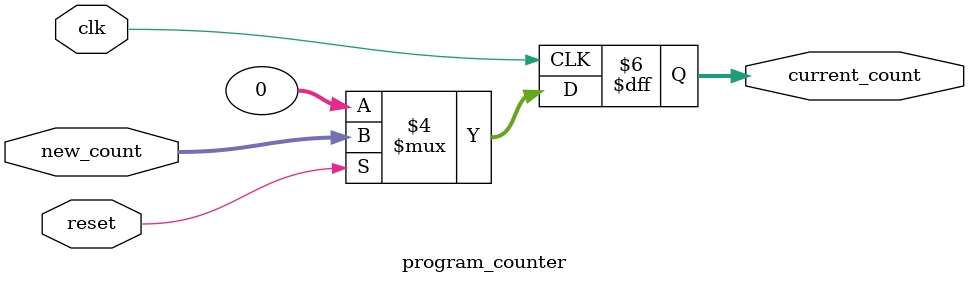
<source format=v>

module program_counter (clk, reset, current_count, new_count);

// i/o
input clk, reset;
input wire [31:0] new_count;

output reg [31:0] current_count;


// logic

always @ (posedge clk) begin

    if (!reset) begin
        current_count <= 0;
    end // if !reset
    else begin
        current_count <= new_count;
    end // else !reset
end // always clk

endmodule // program_counter

</source>
